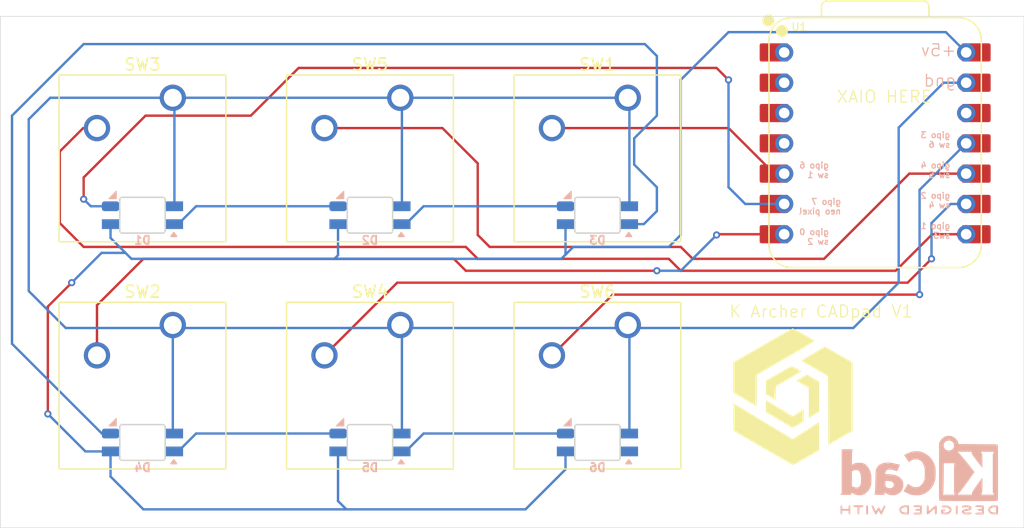
<source format=kicad_pcb>
(kicad_pcb (version 20241229) (generator "pcbnew") (generator_version "9.0")
  (layers (0 "F.Cu" signal) (2 "B.Cu" signal) (13 "F.Paste" user) (15 "B.Paste" user) (5 "F.SilkS" user "F.Silkscreen") (7 "B.SilkS" user "B.Silkscreen") (1 "F.Mask" user) (3 "B.Mask" user) (25 "Edge.Cuts" user))
  (net 0 "")
  (net 1 "Net-(D1-DIN)")
  (net 2 "GND")
  (net 3 "+5V")
  (net 4 "Net-(D1-DOUT)")
  (net 5 "Net-(D2-DOUT)")
  (net 6 "Net-(D3-DOUT)")
  (net 7 "Net-(D4-DOUT)")
  (net 8 "Net-(D5-DOUT)")
  (net 10 "Net-(U1-GPIO6{slash}SDA)")
  (net 11 "Net-(U1-GPIO0{slash}TX)")
  (net 12 "Net-(U1-GPIO1{slash}RX)")
  (net 13 "Net-(U1-GPIO2{slash}SCK)")
  (net 14 "Net-(U1-GPIO4{slash}MISO)")
  (net 15 "Net-(U1-GPIO3{slash}MOSI)")
  (footprint "Button_Switch_Keyboard:SW_Cherry_MX_1.00u_PCB" (layer "F.Cu") (at 164.465 92.55125)
    (property "Reference" "SW2" (at -2.54 -2.794 0) (layer "F.SilkS"))
    (property "Value" "SW_Push")
    (pad "" np_thru_hole circle (at -7.62 5.08) (size 1.7 1.7) (drill 1.7) (layers "*.Cu" "*.Mask"))
    (pad "" np_thru_hole circle (at -2.54 5.08) (size 4 4) (drill 4) (layers "*.Cu" "*.Mask"))
    (pad "" np_thru_hole circle (at 2.54 5.08) (size 1.7 1.7) (drill 1.7) (layers "*.Cu" "*.Mask"))
    (pad "1" thru_hole circle (at 0 0) (size 2.2 2.2) (drill 1.5) (layers "*.Cu" "*.Mask") (net 2 "GND"))
    (pad "2" thru_hole circle (at -6.35 2.54) (size 2.2 2.2) (drill 1.5) (layers "*.Cu" "*.Mask") (net 11 "Net-(U1-GPIO0{slash}TX)"))
  )
  (footprint "Button_Switch_Keyboard:SW_Cherry_MX_1.00u_PCB" (layer "F.Cu") (at 183.515 92.55125)
    (property "Reference" "SW4" (at -2.54 -2.794 0) (layer "F.SilkS"))
    (property "Value" "SW_Push")
    (pad "" np_thru_hole circle (at -7.62 5.08) (size 1.7 1.7) (drill 1.7) (layers "*.Cu" "*.Mask"))
    (pad "" np_thru_hole circle (at -2.54 5.08) (size 4 4) (drill 4) (layers "*.Cu" "*.Mask"))
    (pad "" np_thru_hole circle (at 2.54 5.08) (size 1.7 1.7) (drill 1.7) (layers "*.Cu" "*.Mask"))
    (pad "1" thru_hole circle (at 0 0) (size 2.2 2.2) (drill 1.5) (layers "*.Cu" "*.Mask") (net 2 "GND"))
    (pad "2" thru_hole circle (at -6.35 2.54) (size 2.2 2.2) (drill 1.5) (layers "*.Cu" "*.Mask") (net 13 "Net-(U1-GPIO2{slash}SCK)"))
  )
  (footprint "Button_Switch_Keyboard:SW_Cherry_MX_1.00u_PCB" (layer "F.Cu") (at 164.465 73.50125)
    (property "Reference" "SW3" (at -2.54 -2.794 0) (layer "F.SilkS"))
    (property "Value" "SW_Push")
    (pad "" np_thru_hole circle (at -7.62 5.08) (size 1.7 1.7) (drill 1.7) (layers "*.Cu" "*.Mask"))
    (pad "" np_thru_hole circle (at -2.54 5.08) (size 4 4) (drill 4) (layers "*.Cu" "*.Mask"))
    (pad "" np_thru_hole circle (at 2.54 5.08) (size 1.7 1.7) (drill 1.7) (layers "*.Cu" "*.Mask"))
    (pad "1" thru_hole circle (at 0 0) (size 2.2 2.2) (drill 1.5) (layers "*.Cu" "*.Mask") (net 2 "GND"))
    (pad "2" thru_hole circle (at -6.35 2.54) (size 2.2 2.2) (drill 1.5) (layers "*.Cu" "*.Mask") (net 12 "Net-(U1-GPIO1{slash}RX)"))
  )
  (footprint "Seeed Studio XIAO Series Library:XIAO-RP2040-DIP" (layer "F.Cu") (at 223.28 77.32)
    (property "Reference" "U1" (at -6.364 -9.756 0) (layer "F.SilkS") (effects (font (size 0.635 0.635) (thickness 0.1016))))
    (property "Value" "XIAO-RP2040-DIP")
    (pad "1" smd roundrect (at -8.455 -7.62 180) (size 2.432 1.524) (layers "F.Cu" "F.Mask") (roundrect_rratio 0.1))
    (pad "1" thru_hole circle (at -7.62 -7.62 180) (size 1.524 1.524) (drill 0.889) (layers "*.Cu" "*.Mask"))
    (pad "2" smd roundrect (at -8.455 -5.08 180) (size 2.432 1.524) (layers "F.Cu" "F.Mask") (roundrect_rratio 0.1))
    (pad "2" thru_hole circle (at -7.62 -5.08 180) (size 1.524 1.524) (drill 0.889) (layers "*.Cu" "*.Mask"))
    (pad "3" smd roundrect (at -8.455 -2.54 180) (size 2.432 1.524) (layers "F.Cu" "F.Mask") (roundrect_rratio 0.1))
    (pad "3" thru_hole circle (at -7.62 -2.54 180) (size 1.524 1.524) (drill 0.889) (layers "*.Cu" "*.Mask"))
    (pad "4" smd roundrect (at -8.455 0 180) (size 2.432 1.524) (layers "F.Cu" "F.Mask") (roundrect_rratio 0.1))
    (pad "4" thru_hole circle (at -7.62 0 180) (size 1.524 1.524) (drill 0.889) (layers "*.Cu" "*.Mask"))
    (pad "5" smd roundrect (at -8.455 2.54 180) (size 2.432 1.524) (layers "F.Cu" "F.Mask") (roundrect_rratio 0.1) (net 10 "Net-(U1-GPIO6{slash}SDA)"))
    (pad "5" thru_hole circle (at -7.62 2.54 180) (size 1.524 1.524) (drill 0.889) (layers "*.Cu" "*.Mask") (net 10 "Net-(U1-GPIO6{slash}SDA)"))
    (pad "6" smd roundrect (at -8.455 5.08 180) (size 2.432 1.524) (layers "F.Cu" "F.Mask") (roundrect_rratio 0.1) (net 1 "Net-(D1-DIN)"))
    (pad "6" thru_hole circle (at -7.62 5.08 180) (size 1.524 1.524) (drill 0.889) (layers "*.Cu" "*.Mask") (net 1 "Net-(D1-DIN)"))
    (pad "7" smd roundrect (at -8.455 7.62 180) (size 2.432 1.524) (layers "F.Cu" "F.Mask") (roundrect_rratio 0.1) (net 11 "Net-(U1-GPIO0{slash}TX)"))
    (pad "7" thru_hole circle (at -7.62 7.62 180) (size 1.524 1.524) (drill 0.889) (layers "*.Cu" "*.Mask") (net 11 "Net-(U1-GPIO0{slash}TX)"))
    (pad "8" thru_hole circle (at 7.62 7.62) (size 1.524 1.524) (drill 0.889) (layers "*.Cu" "*.Mask") (net 12 "Net-(U1-GPIO1{slash}RX)"))
    (pad "8" smd roundrect (at 8.455 7.62) (size 2.432 1.524) (layers "F.Cu" "F.Mask") (roundrect_rratio 0.1) (net 12 "Net-(U1-GPIO1{slash}RX)"))
    (pad "9" thru_hole circle (at 7.62 5.08) (size 1.524 1.524) (drill 0.889) (layers "*.Cu" "*.Mask") (net 13 "Net-(U1-GPIO2{slash}SCK)"))
    (pad "9" smd roundrect (at 8.455 5.08) (size 2.432 1.524) (layers "F.Cu" "F.Mask") (roundrect_rratio 0.1) (net 13 "Net-(U1-GPIO2{slash}SCK)"))
    (pad "10" thru_hole circle (at 7.62 2.54) (size 1.524 1.524) (drill 0.889) (layers "*.Cu" "*.Mask") (net 14 "Net-(U1-GPIO4{slash}MISO)"))
    (pad "10" smd roundrect (at 8.455 2.54) (size 2.432 1.524) (layers "F.Cu" "F.Mask") (roundrect_rratio 0.1) (net 14 "Net-(U1-GPIO4{slash}MISO)"))
    (pad "11" thru_hole circle (at 7.62 0) (size 1.524 1.524) (drill 0.889) (layers "*.Cu" "*.Mask") (net 15 "Net-(U1-GPIO3{slash}MOSI)"))
    (pad "11" smd roundrect (at 8.455 0) (size 2.432 1.524) (layers "F.Cu" "F.Mask") (roundrect_rratio 0.1) (net 15 "Net-(U1-GPIO3{slash}MOSI)"))
    (pad "12" thru_hole circle (at 7.62 -2.54) (size 1.524 1.524) (drill 0.889) (layers "*.Cu" "*.Mask"))
    (pad "12" smd roundrect (at 8.455 -2.54) (size 2.432 1.524) (layers "F.Cu" "F.Mask") (roundrect_rratio 0.1))
    (pad "13" thru_hole circle (at 7.62 -5.08) (size 1.524 1.524) (drill 0.889) (layers "*.Cu" "*.Mask") (net 2 "GND"))
    (pad "13" smd roundrect (at 8.455 -5.08) (size 2.432 1.524) (layers "F.Cu" "F.Mask") (roundrect_rratio 0.1) (net 2 "GND"))
    (pad "14" thru_hole circle (at 7.62 -7.62) (size 1.524 1.524) (drill 0.889) (layers "*.Cu" "*.Mask") (net 3 "+5V"))
    (pad "14" smd roundrect (at 8.455 -7.62) (size 2.432 1.524) (layers "F.Cu" "F.Mask") (roundrect_rratio 0.1) (net 3 "+5V"))
  )
  (footprint "Button_Switch_Keyboard:SW_Cherry_MX_1.00u_PCB" (layer "F.Cu") (at 202.565 92.55125)
    (property "Reference" "SW6" (at -2.54 -2.794 0) (layer "F.SilkS"))
    (property "Value" "SW_Push")
    (pad "" np_thru_hole circle (at -7.62 5.08) (size 1.7 1.7) (drill 1.7) (layers "*.Cu" "*.Mask"))
    (pad "" np_thru_hole circle (at -2.54 5.08) (size 4 4) (drill 4) (layers "*.Cu" "*.Mask"))
    (pad "" np_thru_hole circle (at 2.54 5.08) (size 1.7 1.7) (drill 1.7) (layers "*.Cu" "*.Mask"))
    (pad "1" thru_hole circle (at 0 0) (size 2.2 2.2) (drill 1.5) (layers "*.Cu" "*.Mask") (net 2 "GND"))
    (pad "2" thru_hole circle (at -6.35 2.54) (size 2.2 2.2) (drill 1.5) (layers "*.Cu" "*.Mask") (net 15 "Net-(U1-GPIO3{slash}MOSI)"))
  )
  (footprint "LOGO" (layer "F.Cu") (at 216.408 98.552)
    (property "Reference" "G***" (hide yes))
    (property "Value" "LOGO" (hide yes))
  )
  (footprint "Button_Switch_Keyboard:SW_Cherry_MX_1.00u_PCB" (layer "F.Cu") (at 202.565 73.50125)
    (property "Reference" "SW1" (at -2.54 -2.794 0) (layer "F.SilkS"))
    (property "Value" "SW_Push")
    (pad "" np_thru_hole circle (at -7.62 5.08) (size 1.7 1.7) (drill 1.7) (layers "*.Cu" "*.Mask"))
    (pad "" np_thru_hole circle (at -2.54 5.08) (size 4 4) (drill 4) (layers "*.Cu" "*.Mask"))
    (pad "" np_thru_hole circle (at 2.54 5.08) (size 1.7 1.7) (drill 1.7) (layers "*.Cu" "*.Mask"))
    (pad "1" thru_hole circle (at 0 0) (size 2.2 2.2) (drill 1.5) (layers "*.Cu" "*.Mask") (net 2 "GND"))
    (pad "2" thru_hole circle (at -6.35 2.54) (size 2.2 2.2) (drill 1.5) (layers "*.Cu" "*.Mask") (net 10 "Net-(U1-GPIO6{slash}SDA)"))
  )
  (footprint "Button_Switch_Keyboard:SW_Cherry_MX_1.00u_PCB" (layer "F.Cu") (at 183.515 73.50125)
    (property "Reference" "SW5" (at -2.54 -2.794 0) (layer "F.SilkS"))
    (property "Value" "SW_Push")
    (pad "" np_thru_hole circle (at -7.62 5.08) (size 1.7 1.7) (drill 1.7) (layers "*.Cu" "*.Mask"))
    (pad "" np_thru_hole circle (at -2.54 5.08) (size 4 4) (drill 4) (layers "*.Cu" "*.Mask"))
    (pad "" np_thru_hole circle (at 2.54 5.08) (size 1.7 1.7) (drill 1.7) (layers "*.Cu" "*.Mask"))
    (pad "1" thru_hole circle (at 0 0) (size 2.2 2.2) (drill 1.5) (layers "*.Cu" "*.Mask") (net 2 "GND"))
    (pad "2" thru_hole circle (at -6.35 2.54) (size 2.2 2.2) (drill 1.5) (layers "*.Cu" "*.Mask") (net 14 "Net-(U1-GPIO4{slash}MISO)"))
  )
  (footprint "9.0:SK6812-MINI-E" (layer "B.Cu") (at 200.025 102.39375 180)
    (property "Reference" "D6" (at 0 -2.1 0) (layer "B.SilkS") (effects (font (size 0.7 0.7)) (justify mirror)))
    (property "Value" "SK6812MINI" (hide yes))
    (fp_line (start 1.9 1.3) (end 1.9 -1.3) (stroke (width 0.12)) (layer "Edge.Cuts"))
    (fp_line (start 1.7 -1.5) (end -1.7 -1.5) (stroke (width 0.12)) (layer "Edge.Cuts"))
    (fp_line (start -1.7 1.5) (end 1.7 1.5) (stroke (width 0.12)) (layer "Edge.Cuts"))
    (fp_line (start -1.9 -1.3) (end -1.9 1.3) (stroke (width 0.12)) (layer "Edge.Cuts"))
    (fp_arc (start 1.9 1.3) (mid 1.841421 1.441421) (end 1.7 1.5) (stroke (width 0.12)) (layer "Edge.Cuts"))
    (fp_arc (start 1.7 -1.5) (mid 1.841421 -1.441421) (end 1.9 -1.3) (stroke (width 0.12)) (layer "Edge.Cuts"))
    (fp_arc (start -1.7 1.5) (mid -1.841421 1.441421) (end -1.9 1.3) (stroke (width 0.12)) (layer "Edge.Cuts"))
    (fp_arc (start -1.9 -1.3) (mid -1.841421 -1.441421) (end -1.7 -1.5) (stroke (width 0.12)) (layer "Edge.Cuts"))
    (pad "1" smd rect (at -2.675 -0.75 180) (size 1.45 0.82) (layers "B.Cu" "B.Mask" "B.Paste"))
    (pad "2" smd rect (at -2.675 0.75 180) (size 1.45 0.82) (layers "B.Cu" "B.Mask" "B.Paste") (net 2 "GND"))
    (pad "3" smd roundrect (at 2.675 0.75 180) (size 1.45 0.82) (layers "B.Cu" "B.Mask" "B.Paste") (net 8 "Net-(D5-DOUT)"))
    (pad "4" smd rect (at 2.675 -0.75 180) (size 1.45 0.82) (layers "B.Cu" "B.Mask" "B.Paste") (net 3 "+5V"))
  )
  (footprint "9.0:SK6812-MINI-E" (layer "B.Cu") (at 200.025 83.34375 180)
    (property "Reference" "D3" (at 0 -2.1 0) (layer "B.SilkS") (effects (font (size 0.7 0.7)) (justify mirror)))
    (property "Value" "SK6812MINI" (hide yes))
    (fp_line (start 1.9 1.3) (end 1.9 -1.3) (stroke (width 0.12)) (layer "Edge.Cuts"))
    (fp_line (start 1.7 -1.5) (end -1.7 -1.5) (stroke (width 0.12)) (layer "Edge.Cuts"))
    (fp_line (start -1.7 1.5) (end 1.7 1.5) (stroke (width 0.12)) (layer "Edge.Cuts"))
    (fp_line (start -1.9 -1.3) (end -1.9 1.3) (stroke (width 0.12)) (layer "Edge.Cuts"))
    (fp_arc (start 1.9 1.3) (mid 1.841421 1.441421) (end 1.7 1.5) (stroke (width 0.12)) (layer "Edge.Cuts"))
    (fp_arc (start 1.7 -1.5) (mid 1.841421 -1.441421) (end 1.9 -1.3) (stroke (width 0.12)) (layer "Edge.Cuts"))
    (fp_arc (start -1.7 1.5) (mid -1.841421 1.441421) (end -1.9 1.3) (stroke (width 0.12)) (layer "Edge.Cuts"))
    (fp_arc (start -1.9 -1.3) (mid -1.841421 -1.441421) (end -1.7 -1.5) (stroke (width 0.12)) (layer "Edge.Cuts"))
    (pad "1" smd rect (at -2.675 -0.75 180) (size 1.45 0.82) (layers "B.Cu" "B.Mask" "B.Paste") (net 6 "Net-(D3-DOUT)"))
    (pad "2" smd rect (at -2.675 0.75 180) (size 1.45 0.82) (layers "B.Cu" "B.Mask" "B.Paste") (net 2 "GND"))
    (pad "3" smd roundrect (at 2.675 0.75 180) (size 1.45 0.82) (layers "B.Cu" "B.Mask" "B.Paste") (net 5 "Net-(D2-DOUT)"))
    (pad "4" smd rect (at 2.675 -0.75 180) (size 1.45 0.82) (layers "B.Cu" "B.Mask" "B.Paste") (net 3 "+5V"))
  )
  (footprint "9.0:SK6812-MINI-E" (layer "B.Cu") (at 161.925 102.39375 180)
    (property "Reference" "D4" (at 0 -2.1 0) (layer "B.SilkS") (effects (font (size 0.7 0.7)) (justify mirror)))
    (property "Value" "SK6812MINI" (hide yes))
    (fp_line (start 1.9 1.3) (end 1.9 -1.3) (stroke (width 0.12)) (layer "Edge.Cuts"))
    (fp_line (start 1.7 -1.5) (end -1.7 -1.5) (stroke (width 0.12)) (layer "Edge.Cuts"))
    (fp_line (start -1.7 1.5) (end 1.7 1.5) (stroke (width 0.12)) (layer "Edge.Cuts"))
    (fp_line (start -1.9 -1.3) (end -1.9 1.3) (stroke (width 0.12)) (layer "Edge.Cuts"))
    (fp_arc (start 1.9 1.3) (mid 1.841421 1.441421) (end 1.7 1.5) (stroke (width 0.12)) (layer "Edge.Cuts"))
    (fp_arc (start 1.7 -1.5) (mid 1.841421 -1.441421) (end 1.9 -1.3) (stroke (width 0.12)) (layer "Edge.Cuts"))
    (fp_arc (start -1.7 1.5) (mid -1.841421 1.441421) (end -1.9 1.3) (stroke (width 0.12)) (layer "Edge.Cuts"))
    (fp_arc (start -1.9 -1.3) (mid -1.841421 -1.441421) (end -1.7 -1.5) (stroke (width 0.12)) (layer "Edge.Cuts"))
    (pad "1" smd rect (at -2.675 -0.75 180) (size 1.45 0.82) (layers "B.Cu" "B.Mask" "B.Paste") (net 7 "Net-(D4-DOUT)"))
    (pad "2" smd rect (at -2.675 0.75 180) (size 1.45 0.82) (layers "B.Cu" "B.Mask" "B.Paste") (net 2 "GND"))
    (pad "3" smd roundrect (at 2.675 0.75 180) (size 1.45 0.82) (layers "B.Cu" "B.Mask" "B.Paste") (net 6 "Net-(D3-DOUT)"))
    (pad "4" smd rect (at 2.675 -0.75 180) (size 1.45 0.82) (layers "B.Cu" "B.Mask" "B.Paste") (net 3 "+5V"))
  )
  (footprint "9.0:SK6812-MINI-E" (layer "B.Cu") (at 180.975 83.34375 180)
    (property "Reference" "D2" (at 0 -2.1 0) (layer "B.SilkS") (effects (font (size 0.7 0.7)) (justify mirror)))
    (property "Value" "SK6812MINI" (hide yes))
    (fp_line (start 1.9 1.3) (end 1.9 -1.3) (stroke (width 0.12)) (layer "Edge.Cuts"))
    (fp_line (start 1.7 -1.5) (end -1.7 -1.5) (stroke (width 0.12)) (layer "Edge.Cuts"))
    (fp_line (start -1.7 1.5) (end 1.7 1.5) (stroke (width 0.12)) (layer "Edge.Cuts"))
    (fp_line (start -1.9 -1.3) (end -1.9 1.3) (stroke (width 0.12)) (layer "Edge.Cuts"))
    (fp_arc (start 1.9 1.3) (mid 1.841421 1.441421) (end 1.7 1.5) (stroke (width 0.12)) (layer "Edge.Cuts"))
    (fp_arc (start 1.7 -1.5) (mid 1.841421 -1.441421) (end 1.9 -1.3) (stroke (width 0.12)) (layer "Edge.Cuts"))
    (fp_arc (start -1.7 1.5) (mid -1.841421 1.441421) (end -1.9 1.3) (stroke (width 0.12)) (layer "Edge.Cuts"))
    (fp_arc (start -1.9 -1.3) (mid -1.841421 -1.441421) (end -1.7 -1.5) (stroke (width 0.12)) (layer "Edge.Cuts"))
    (pad "1" smd rect (at -2.675 -0.75 180) (size 1.45 0.82) (layers "B.Cu" "B.Mask" "B.Paste") (net 5 "Net-(D2-DOUT)"))
    (pad "2" smd rect (at -2.675 0.75 180) (size 1.45 0.82) (layers "B.Cu" "B.Mask" "B.Paste") (net 2 "GND"))
    (pad "3" smd roundrect (at 2.675 0.75 180) (size 1.45 0.82) (layers "B.Cu" "B.Mask" "B.Paste") (net 4 "Net-(D1-DOUT)"))
    (pad "4" smd rect (at 2.675 -0.75 180) (size 1.45 0.82) (layers "B.Cu" "B.Mask" "B.Paste") (net 3 "+5V"))
  )
  (footprint "LOGO" (layer "B.Cu") (at 227.076 105.156 180)
    (property "Reference" "G***" (hide yes))
    (property "Value" "LOGO" (hide yes))
  )
  (footprint "9.0:SK6812-MINI-E" (layer "B.Cu") (at 180.975 102.39375 180)
    (property "Reference" "D5" (at 0 -2.1 0) (layer "B.SilkS") (effects (font (size 0.7 0.7)) (justify mirror)))
    (property "Value" "SK6812MINI" (hide yes))
    (fp_line (start 1.9 1.3) (end 1.9 -1.3) (stroke (width 0.12)) (layer "Edge.Cuts"))
    (fp_line (start 1.7 -1.5) (end -1.7 -1.5) (stroke (width 0.12)) (layer "Edge.Cuts"))
    (fp_line (start -1.7 1.5) (end 1.7 1.5) (stroke (width 0.12)) (layer "Edge.Cuts"))
    (fp_line (start -1.9 -1.3) (end -1.9 1.3) (stroke (width 0.12)) (layer "Edge.Cuts"))
    (fp_arc (start 1.9 1.3) (mid 1.841421 1.441421) (end 1.7 1.5) (stroke (width 0.12)) (layer "Edge.Cuts"))
    (fp_arc (start 1.7 -1.5) (mid 1.841421 -1.441421) (end 1.9 -1.3) (stroke (width 0.12)) (layer "Edge.Cuts"))
    (fp_arc (start -1.7 1.5) (mid -1.841421 1.441421) (end -1.9 1.3) (stroke (width 0.12)) (layer "Edge.Cuts"))
    (fp_arc (start -1.9 -1.3) (mid -1.841421 -1.441421) (end -1.7 -1.5) (stroke (width 0.12)) (layer "Edge.Cuts"))
    (pad "1" smd rect (at -2.675 -0.75 180) (size 1.45 0.82) (layers "B.Cu" "B.Mask" "B.Paste") (net 8 "Net-(D5-DOUT)"))
    (pad "2" smd rect (at -2.675 0.75 180) (size 1.45 0.82) (layers "B.Cu" "B.Mask" "B.Paste") (net 2 "GND"))
    (pad "3" smd roundrect (at 2.675 0.75 180) (size 1.45 0.82) (layers "B.Cu" "B.Mask" "B.Paste") (net 7 "Net-(D4-DOUT)"))
    (pad "4" smd rect (at 2.675 -0.75 180) (size 1.45 0.82) (layers "B.Cu" "B.Mask" "B.Paste") (net 3 "+5V"))
  )
  (footprint "9.0:SK6812-MINI-E" (layer "B.Cu") (at 161.925 83.34375 180)
    (property "Reference" "D1" (at 0 -2.1 0) (layer "B.SilkS") (effects (font (size 0.7 0.7)) (justify mirror)))
    (property "Value" "SK6812MINI" (hide yes))
    (fp_line (start 1.9 1.3) (end 1.9 -1.3) (stroke (width 0.12)) (layer "Edge.Cuts"))
    (fp_line (start 1.7 -1.5) (end -1.7 -1.5) (stroke (width 0.12)) (layer "Edge.Cuts"))
    (fp_line (start -1.7 1.5) (end 1.7 1.5) (stroke (width 0.12)) (layer "Edge.Cuts"))
    (fp_line (start -1.9 -1.3) (end -1.9 1.3) (stroke (width 0.12)) (layer "Edge.Cuts"))
    (fp_arc (start 1.9 1.3) (mid 1.841421 1.441421) (end 1.7 1.5) (stroke (width 0.12)) (layer "Edge.Cuts"))
    (fp_arc (start 1.7 -1.5) (mid 1.841421 -1.441421) (end 1.9 -1.3) (stroke (width 0.12)) (layer "Edge.Cuts"))
    (fp_arc (start -1.7 1.5) (mid -1.841421 1.441421) (end -1.9 1.3) (stroke (width 0.12)) (layer "Edge.Cuts"))
    (fp_arc (start -1.9 -1.3) (mid -1.841421 -1.441421) (end -1.7 -1.5) (stroke (width 0.12)) (layer "Edge.Cuts"))
    (pad "1" smd rect (at -2.675 -0.75 180) (size 1.45 0.82) (layers "B.Cu" "B.Mask" "B.Paste") (net 4 "Net-(D1-DOUT)"))
    (pad "2" smd rect (at -2.675 0.75 180) (size 1.45 0.82) (layers "B.Cu" "B.Mask" "B.Paste") (net 2 "GND"))
    (pad "3" smd roundrect (at 2.675 0.75 180) (size 1.45 0.82) (layers "B.Cu" "B.Mask" "B.Paste") (net 1 "Net-(D1-DIN)"))
    (pad "4" smd rect (at 2.675 -0.75 180) (size 1.45 0.82) (layers "B.Cu" "B.Mask" "B.Paste") (net 3 "+5V"))
  )
  (gr_rect (start 150.01875 66.675) (end 235.74375 109.5375) (stroke (width 0.05)) (fill no) (layer "Edge.Cuts"))
  (gr_text "XAIO HERE" (at 220 74 0) (layer "F.SilkS") (effects (font (size 1 1) (thickness 0.1)) (justify left bottom)))
  (gr_text "K Archer CADpad V1" (at 211 92 0) (layer "F.SilkS") (effects (font (size 1 1) (thickness 0.1)) (justify left bottom)))
  (gr_text "gnd\n" (at 230.124 72.644 0) (layer "B.SilkS") (effects (font (size 1 1) (thickness 0.1)) (justify left bottom mirror)))
  (gr_text "gipo 0 \nsw 2" (at 219.456 85.852 0) (layer "B.SilkS") (effects (font (size 0.5 0.5) (thickness 0.1)) (justify left bottom mirror)))
  (gr_text "gipo 2\nsw 4" (at 229.616 82.804 0) (layer "B.SilkS") (effects (font (size 0.5 0.5) (thickness 0.1)) (justify left bottom mirror)))
  (gr_text "gipo 3\nsw 6" (at 229.616 77.724 0) (layer "B.SilkS") (effects (font (size 0.5 0.5) (thickness 0.1)) (justify left bottom mirror)))
  (gr_text "gipo 7\nneo pixel" (at 220.472 83.312 0) (layer "B.SilkS") (effects (font (size 0.5 0.5) (thickness 0.1)) (justify left bottom mirror)))
  (gr_text "gipo 4 \nsw 5 " (at 229.616 80.264 0) (layer "B.SilkS") (effects (font (size 0.5 0.5) (thickness 0.1)) (justify left bottom mirror)))
  (gr_text "gipo 6\nsw 1" (at 219.456 80.264 0) (layer "B.SilkS") (effects (font (size 0.5 0.5) (thickness 0.1)) (justify left bottom mirror)))
  (gr_text "gipo 1\nsw3" (at 229.616 85.344 0) (layer "B.SilkS") (effects (font (size 0.5 0.5) (thickness 0.1)) (justify left bottom mirror)))
  (gr_text "+5v" (at 230.124 70.104 0) (layer "B.SilkS") (effects (font (size 1 1) (thickness 0.1)) (justify left bottom mirror)))
  (segment (start 157 80.181434) (end 162.181434 75) (width 0.2) (layer "F.Cu") (net 1))
  (segment (start 210 71) (end 211 72) (width 0.2) (layer "F.Cu") (net 1))
  (segment (start 171 75) (end 175 71) (width 0.2) (layer "F.Cu") (net 1))
  (segment (start 157 82) (end 157 80.181434) (width 0.2) (layer "F.Cu") (net 1))
  (segment (start 175 71) (end 210 71) (width 0.2) (layer "F.Cu") (net 1))
  (segment (start 162.181434 75) (end 171 75) (width 0.2) (layer "F.Cu") (net 1))
  (via (at 211 72) (size 0.6) (drill 0.3) (layers "F.Cu" "B.Cu") (net 1))
  (via (at 157 82) (size 0.6) (drill 0.3) (layers "F.Cu" "B.Cu") (net 1))
  (segment (start 159.25 82.59375) (end 157.59375 82.59375) (width 0.2) (layer "B.Cu") (net 1))
  (segment (start 212.4 82.4) (end 215.66 82.4) (width 0.2) (layer "B.Cu") (net 1))
  (segment (start 157.59375 82.59375) (end 157 82) (width 0.2) (layer "B.Cu") (net 1))
  (segment (start 211 72) (end 211 81) (width 0.2) (layer "B.Cu") (net 1))
  (segment (start 211 81) (end 212.4 82.4) (width 0.2) (layer "B.Cu") (net 1))
  (segment (start 202.7 92.68625) (end 202.565 92.55125) (width 0.2) (layer "B.Cu") (net 2))
  (segment (start 225.25 76) (end 229.01 72.24) (width 0.2) (layer "B.Cu") (net 2))
  (segment (start 155.5 92.8) (end 221.45 92.8) (width 0.2) (layer "B.Cu") (net 2))
  (segment (start 152.4 75.3) (end 152.4 89.7) (width 0.2) (layer "B.Cu") (net 2))
  (segment (start 202.7 101.64375) (end 202.7 92.68625) (width 0.2) (layer "B.Cu") (net 2))
  (segment (start 229.01 72.24) (end 230.9 72.24) (width 0.2) (layer "B.Cu") (net 2))
  (segment (start 225.25 89) (end 225.25 76) (width 0.2) (layer "B.Cu") (net 2))
  (segment (start 202.7 73.63625) (end 202.565 73.50125) (width 0.2) (layer "B.Cu") (net 2))
  (segment (start 152.4 89.7) (end 155.5 92.8) (width 0.2) (layer "B.Cu") (net 2))
  (segment (start 164.6 82.59375) (end 164.6 73.63625) (width 0.2) (layer "B.Cu") (net 2))
  (segment (start 202.7 82.59375) (end 202.7 73.63625) (width 0.2) (layer "B.Cu") (net 2))
  (segment (start 183.65 73.63625) (end 183.515 73.50125) (width 0.2) (layer "B.Cu") (net 2))
  (segment (start 183.65 101.64375) (end 183.65 92.68625) (width 0.2) (layer "B.Cu") (net 2))
  (segment (start 164.465 101.50875) (end 164.6 101.64375) (width 0.2) (layer "B.Cu") (net 2))
  (segment (start 202.565 73.50125) (end 154.19875 73.50125) (width 0.2) (layer "B.Cu") (net 2))
  (segment (start 154.19875 73.50125) (end 152.4 75.3) (width 0.2) (layer "B.Cu") (net 2))
  (segment (start 164.465 92.55125) (end 164.465 101.50875) (width 0.2) (layer "B.Cu") (net 2))
  (segment (start 183.65 92.68625) (end 183.515 92.55125) (width 0.2) (layer "B.Cu") (net 2))
  (segment (start 183.65 82.59375) (end 183.65 73.63625) (width 0.2) (layer "B.Cu") (net 2))
  (segment (start 164.6 73.63625) (end 164.465 73.50125) (width 0.2) (layer "B.Cu") (net 2))
  (segment (start 221.45 92.8) (end 225.25 89) (width 0.2) (layer "B.Cu") (net 2))
  (segment (start 156 89) (end 154 91) (width 0.2) (layer "F.Cu") (net 3))
  (segment (start 154 91) (end 154 100) (width 0.2) (layer "F.Cu") (net 3))
  (via (at 156 89) (size 0.6) (drill 0.3) (layers "F.Cu" "B.Cu") (net 3))
  (via (at 154 100) (size 0.6) (drill 0.3) (layers "F.Cu" "B.Cu") (net 3))
  (segment (start 178 87) (end 197 87) (width 0.2) (layer "B.Cu") (net 3))
  (segment (start 158.5 86.5) (end 156 89) (width 0.2) (layer "B.Cu") (net 3))
  (segment (start 159.25 84.09375) (end 159.25 85.25) (width 0.2) (layer "B.Cu") (net 3))
  (segment (start 159.25 85.25) (end 160.5 86.5) (width 0.2) (layer "B.Cu") (net 3))
  (segment (start 207 72) (end 207 85) (width 0.2) (layer "B.Cu") (net 3))
  (segment (start 207 85) (end 206 86) (width 0.2) (layer "B.Cu") (net 3))
  (segment (start 229.2 68) (end 211 68) (width 0.2) (layer "B.Cu") (net 3))
  (segment (start 159.25 105.25) (end 162 108) (width 0.2) (layer "B.Cu") (net 3))
  (segment (start 198 86) (end 197.35 86.65) (width 0.2) (layer "B.Cu") (net 3))
  (segment (start 154 100) (end 157.14375 103.14375) (width 0.2) (layer "B.Cu") (net 3))
  (segment (start 178.3 86.7) (end 178 87) (width 0.2) (layer "B.Cu") (net 3))
  (segment (start 197.35 104.65) (end 197.35 103.14375) (width 0.2) (layer "B.Cu") (net 3))
  (segment (start 230.9 69.7) (end 229.2 68) (width 0.2) (layer "B.Cu") (net 3))
  (segment (start 197.35 86.65) (end 197.35 84.09375) (width 0.2) (layer "B.Cu") (net 3))
  (segment (start 178.3 103.14375) (end 178.3 107.3) (width 0.2) (layer "B.Cu") (net 3))
  (segment (start 178.3 84.09375) (end 178.3 86.7) (width 0.2) (layer "B.Cu") (net 3))
  (segment (start 194 108) (end 197.35 104.65) (width 0.2) (layer "B.Cu") (net 3))
  (segment (start 197 87) (end 197.35 86.65) (width 0.2) (layer "B.Cu") (net 3))
  (segment (start 178.3 107.3) (end 179 108) (width 0.2) (layer "B.Cu") (net 3))
  (segment (start 157.14375 103.14375) (end 159.25 103.14375) (width 0.2) (layer "B.Cu") (net 3))
  (segment (start 162 108) (end 179 108) (width 0.2) (layer "B.Cu") (net 3))
  (segment (start 211 68) (end 207 72) (width 0.2) (layer "B.Cu") (net 3))
  (segment (start 159.25 103.14375) (end 159.25 105.25) (width 0.2) (layer "B.Cu") (net 3))
  (segment (start 160.5 86.5) (end 161 87) (width 0.2) (layer "B.Cu") (net 3))
  (segment (start 161 87) (end 178 87) (width 0.2) (layer "B.Cu") (net 3))
  (segment (start 206 86) (end 198 86) (width 0.2) (layer "B.Cu") (net 3))
  (segment (start 179 108) (end 194 108) (width 0.2) (layer "B.Cu") (net 3))
  (segment (start 160.5 86.5) (end 158.5 86.5) (width 0.2) (layer "B.Cu") (net 3))
  (segment (start 164.6 84.09375) (end 164.915 84.09375) (width 0.2) (layer "B.Cu") (net 4))
  (segment (start 164.915 84.09375) (end 166.415 82.59375) (width 0.2) (layer "B.Cu") (net 4))
  (segment (start 166.415 82.59375) (end 178.3 82.59375) (width 0.2) (layer "B.Cu") (net 4))
  (segment (start 183.965 84.09375) (end 185.465 82.59375) (width 0.2) (layer "B.Cu") (net 5))
  (segment (start 185.465 82.59375) (end 197.35 82.59375) (width 0.2) (layer "B.Cu") (net 5))
  (segment (start 183.65 84.09375) (end 183.965 84.09375) (width 0.2) (layer "B.Cu") (net 5))
  (segment (start 203.90625 84.09375) (end 205 83) (width 0.2) (layer "B.Cu") (net 6))
  (segment (start 204 69) (end 157 69) (width 0.2) (layer "B.Cu") (net 6))
  (segment (start 157 69) (end 151 75) (width 0.2) (layer "B.Cu") (net 6))
  (segment (start 205 83) (end 205 81) (width 0.2) (layer "B.Cu") (net 6))
  (segment (start 205 81) (end 203.101 79.101) (width 0.2) (layer "B.Cu") (net 6))
  (segment (start 205 70) (end 204 69) (width 0.2) (layer "B.Cu") (net 6))
  (segment (start 203.101 79.101) (end 203.101 76.899) (width 0.2) (layer "B.Cu") (net 6))
  (segment (start 151 75) (end 151 94.11875) (width 0.2) (layer "B.Cu") (net 6))
  (segment (start 202.7 84.09375) (end 203.90625 84.09375) (width 0.2) (layer "B.Cu") (net 6))
  (segment (start 158.525 101.64375) (end 159.25 101.64375) (width 0.2) (layer "B.Cu") (net 6))
  (segment (start 151 94.11875) (end 158.525 101.64375) (width 0.2) (layer "B.Cu") (net 6))
  (segment (start 205 75) (end 205 70) (width 0.2) (layer "B.Cu") (net 6))
  (segment (start 203.101 76.899) (end 205 75) (width 0.2) (layer "B.Cu") (net 6))
  (segment (start 164.915 103.14375) (end 166.415 101.64375) (width 0.2) (layer "B.Cu") (net 7))
  (segment (start 166.415 101.64375) (end 178.3 101.64375) (width 0.2) (layer "B.Cu") (net 7))
  (segment (start 164.6 103.14375) (end 164.915 103.14375) (width 0.2) (layer "B.Cu") (net 7))
  (segment (start 183.965 103.14375) (end 185.465 101.64375) (width 0.2) (layer "B.Cu") (net 8))
  (segment (start 185.465 101.64375) (end 197.35 101.64375) (width 0.2) (layer "B.Cu") (net 8))
  (segment (start 183.65 103.14375) (end 183.965 103.14375) (width 0.2) (layer "B.Cu") (net 8))
  (segment (start 211.00625 76.04125) (end 214.825 79.86) (width 0.2) (layer "F.Cu") (net 10))
  (segment (start 196.215 76.04125) (end 211.00625 76.04125) (width 0.2) (layer "F.Cu") (net 10))
  (segment (start 189 88) (end 205 88) (width 0.2) (layer "F.Cu") (net 11))
  (segment (start 158.115 90.885) (end 162 87) (width 0.2) (layer "F.Cu") (net 11))
  (segment (start 210 85) (end 210.06 84.94) (width 0.2) (layer "F.Cu") (net 11))
  (segment (start 188 87) (end 189 88) (width 0.2) (layer "F.Cu") (net 11))
  (segment (start 158.115 95.09125) (end 158.115 90.885) (width 0.2) (layer "F.Cu") (net 11))
  (segment (start 210.06 84.94) (end 214.825 84.94) (width 0.2) (layer "F.Cu") (net 11))
  (segment (start 162 87) (end 188 87) (width 0.2) (layer "F.Cu") (net 11))
  (via (at 205 88) (size 0.6) (drill 0.3) (layers "F.Cu" "B.Cu") (net 11))
  (via (at 210 85) (size 0.6) (drill 0.3) (layers "F.Cu" "B.Cu") (net 11))
  (segment (start 207 88) (end 210 85) (width 0.2) (layer "B.Cu") (net 11))
  (segment (start 205 88) (end 207 88) (width 0.2) (layer "B.Cu") (net 11))
  (segment (start 206 87) (end 207 88) (width 0.2) (layer "F.Cu") (net 12))
  (segment (start 155 78) (end 155 84) (width 0.2) (layer "F.Cu") (net 12))
  (segment (start 156.95875 76.04125) (end 155 78) (width 0.2) (layer "F.Cu") (net 12))
  (segment (start 190 87) (end 206 87) (width 0.2) (layer "F.Cu") (net 12))
  (segment (start 228.06 84.94) (end 230.9 84.94) (width 0.2) (layer "F.Cu") (net 12))
  (segment (start 155 84) (end 157 86) (width 0.2) (layer "F.Cu") (net 12))
  (segment (start 225 88) (end 228.06 84.94) (width 0.2) (layer "F.Cu") (net 12))
  (segment (start 157 86) (end 189 86) (width 0.2) (layer "F.Cu") (net 12))
  (segment (start 158.115 76.04125) (end 156.95875 76.04125) (width 0.2) (layer "F.Cu") (net 12))
  (segment (start 189 86) (end 190 87) (width 0.2) (layer "F.Cu") (net 12))
  (segment (start 230.06 84.94) (end 231.735 84.94) (width 0.2) (layer "F.Cu") (net 12))
  (segment (start 207 88) (end 225 88) (width 0.2) (layer "F.Cu") (net 12))
  (segment (start 177.165 95.09125) (end 183.25625 89) (width 0.2) (layer "F.Cu") (net 13))
  (segment (start 226 89) (end 228 87) (width 0.2) (layer "F.Cu") (net 13))
  (segment (start 183.25625 89) (end 226 89) (width 0.2) (layer "F.Cu") (net 13))
  (via (at 228 87) (size 0.6) (drill 0.3) (layers "F.Cu" "B.Cu") (net 13))
  (segment (start 228 84) (end 229.6 82.4) (width 0.2) (layer "B.Cu") (net 13))
  (segment (start 229.6 82.4) (end 230.9 82.4) (width 0.2) (layer "B.Cu") (net 13))
  (segment (start 228 87) (end 228 84) (width 0.2) (layer "B.Cu") (net 13))
  (segment (start 226.14 79.86) (end 230.9 79.86) (width 0.2) (layer "F.Cu") (net 14))
  (segment (start 191 86) (end 207 86) (width 0.2) (layer "F.Cu") (net 14))
  (segment (start 190 85) (end 191 86) (width 0.2) (layer "F.Cu") (net 14))
  (segment (start 187.04125 76.04125) (end 190 79) (width 0.2) (layer "F.Cu") (net 14))
  (segment (start 190 79) (end 190 85) (width 0.2) (layer "F.Cu") (net 14))
  (segment (start 219 87) (end 226.14 79.86) (width 0.2) (layer "F.Cu") (net 14))
  (segment (start 207 86) (end 208 87) (width 0.2) (layer "F.Cu") (net 14))
  (segment (start 177.165 76.04125) (end 187.04125 76.04125) (width 0.2) (layer "F.Cu") (net 14))
  (segment (start 208 87) (end 219 87) (width 0.2) (layer "F.Cu") (net 14))
  (segment (start 201.30625 90) (end 227 90) (width 0.2) (layer "F.Cu") (net 15))
  (segment (start 196.215 95.09125) (end 201.30625 90) (width 0.2) (layer "F.Cu") (net 15))
  (via (at 227 90) (size 0.6) (drill 0.3) (layers "F.Cu" "B.Cu") (net 15))
  (segment (start 227 81.22) (end 230.9 77.32) (width 0.2) (layer "B.Cu") (net 15))
  (segment (start 227 90) (end 227 81.22) (width 0.2) (layer "B.Cu") (net 15))
)
</source>
